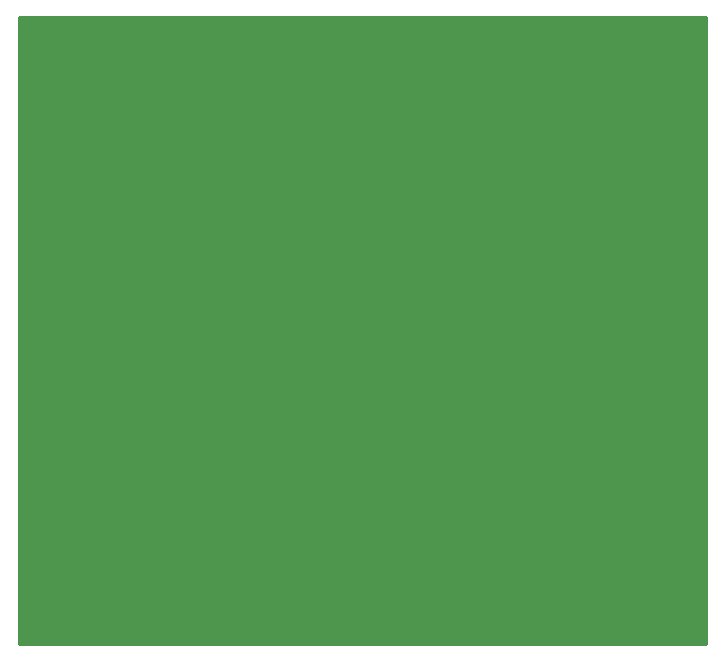
<source format=gm1>
G04 #@! TF.GenerationSoftware,KiCad,Pcbnew,(5.0.1)-3*
G04 #@! TF.CreationDate,2019-01-09T08:59:11+01:00*
G04 #@! TF.ProjectId,P300_Display_IF,503330305F446973706C61795F49462E,rev?*
G04 #@! TF.SameCoordinates,Original*
G04 #@! TF.FileFunction,Profile,NP*
%FSLAX46Y46*%
G04 Gerber Fmt 4.6, Leading zero omitted, Abs format (unit mm)*
G04 Created by KiCad (PCBNEW (5.0.1)-3) date 09.01.2019 08:59:11*
%MOMM*%
%LPD*%
G01*
G04 APERTURE LIST*
%ADD10C,0.254000*%
G04 APERTURE END LIST*
D10*
G36*
X145923000Y-121793000D02*
X87757000Y-121793000D01*
X87757000Y-68707000D01*
X145923000Y-68707000D01*
X145923000Y-121793000D01*
X145923000Y-121793000D01*
G37*
X145923000Y-121793000D02*
X87757000Y-121793000D01*
X87757000Y-68707000D01*
X145923000Y-68707000D01*
X145923000Y-121793000D01*
M02*

</source>
